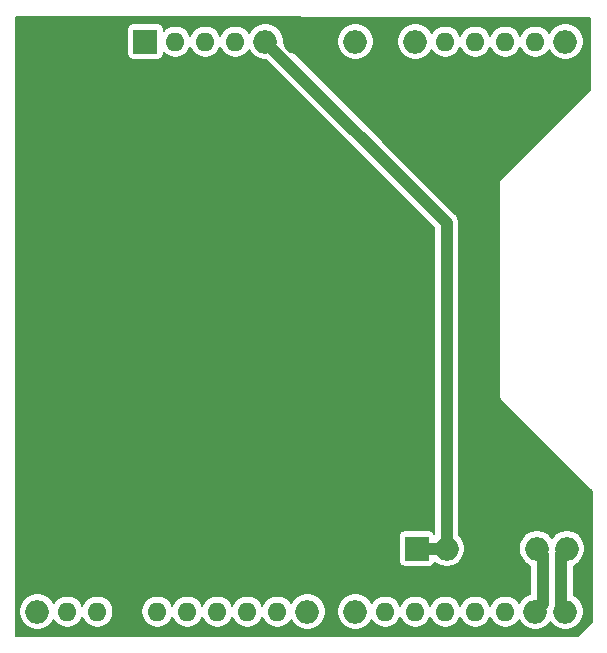
<source format=gbr>
%TF.GenerationSoftware,KiCad,Pcbnew,(5.1.10)-1*%
%TF.CreationDate,2022-01-22T14:52:44+00:00*%
%TF.ProjectId,mike_pcb_arduino_sheild,6d696b65-5f70-4636-925f-61726475696e,rev?*%
%TF.SameCoordinates,Original*%
%TF.FileFunction,Copper,L1,Top*%
%TF.FilePolarity,Positive*%
%FSLAX46Y46*%
G04 Gerber Fmt 4.6, Leading zero omitted, Abs format (unit mm)*
G04 Created by KiCad (PCBNEW (5.1.10)-1) date 2022-01-22 14:52:44*
%MOMM*%
%LPD*%
G01*
G04 APERTURE LIST*
%TA.AperFunction,ComponentPad*%
%ADD10O,2.000000X2.000000*%
%TD*%
%TA.AperFunction,ComponentPad*%
%ADD11R,2.000000X2.000000*%
%TD*%
%TA.AperFunction,ComponentPad*%
%ADD12O,1.600000X1.600000*%
%TD*%
%TA.AperFunction,Conductor*%
%ADD13C,1.000000*%
%TD*%
%TA.AperFunction,Conductor*%
%ADD14C,0.200000*%
%TD*%
%TA.AperFunction,Conductor*%
%ADD15C,0.100000*%
%TD*%
G04 APERTURE END LIST*
D10*
%TO.P,J101,6*%
%TO.N,RX*%
X185674000Y-131953000D03*
%TO.P,J101,5*%
%TO.N,TX*%
X183134000Y-131953000D03*
%TO.P,J101,4*%
%TO.N,GND*%
X180594000Y-131953000D03*
%TO.P,J101,3*%
X178054000Y-131953000D03*
%TO.P,J101,2*%
%TO.N,+5V*%
X175514000Y-131953000D03*
D11*
%TO.P,J101,1*%
X172974000Y-131953000D03*
%TD*%
D10*
%TO.P,A101,16*%
%TO.N,TX*%
X183007000Y-137287000D03*
%TO.P,A101,15*%
%TO.N,RX*%
X185547000Y-137287000D03*
D12*
%TO.P,A101,30*%
%TO.N,Net-(A101-Pad30)*%
X145927000Y-137287000D03*
D10*
%TO.P,A101,14*%
%TO.N,Net-(A101-Pad14)*%
X185547000Y-89027000D03*
%TO.P,A101,29*%
%TO.N,GND*%
X148467000Y-137287000D03*
D12*
%TO.P,A101,13*%
%TO.N,Net-(A101-Pad13)*%
X183007000Y-89027000D03*
%TO.P,A101,28*%
%TO.N,Net-(A101-Pad28)*%
X151007000Y-137287000D03*
%TO.P,A101,12*%
%TO.N,Net-(A101-Pad12)*%
X180467000Y-89027000D03*
%TO.P,A101,27*%
%TO.N,Net-(A101-Pad27)*%
X153547000Y-137287000D03*
%TO.P,A101,11*%
%TO.N,Net-(A101-Pad11)*%
X177927000Y-89027000D03*
%TO.P,A101,26*%
%TO.N,Net-(A101-Pad26)*%
X156087000Y-137287000D03*
%TO.P,A101,10*%
%TO.N,Net-(A101-Pad10)*%
X175387000Y-89027000D03*
%TO.P,A101,25*%
%TO.N,Net-(A101-Pad25)*%
X158627000Y-137287000D03*
D10*
%TO.P,A101,9*%
%TO.N,Net-(A101-Pad9)*%
X172847000Y-89027000D03*
D12*
%TO.P,A101,24*%
%TO.N,Net-(A101-Pad24)*%
X161167000Y-137287000D03*
D10*
%TO.P,A101,8*%
%TO.N,Net-(A101-Pad8)*%
X167767000Y-89027000D03*
%TO.P,A101,23*%
%TO.N,Net-(A101-Pad23)*%
X163707000Y-137287000D03*
%TO.P,A101,7*%
%TO.N,GND*%
X165227000Y-89027000D03*
%TO.P,A101,22*%
%TO.N,Net-(A101-Pad22)*%
X167767000Y-137287000D03*
%TO.P,A101,6*%
%TO.N,GND*%
X162687000Y-89027000D03*
D12*
%TO.P,A101,21*%
%TO.N,Net-(A101-Pad21)*%
X170307000Y-137287000D03*
D10*
%TO.P,A101,5*%
%TO.N,+5V*%
X160147000Y-89027000D03*
D12*
%TO.P,A101,20*%
%TO.N,Net-(A101-Pad20)*%
X172847000Y-137287000D03*
%TO.P,A101,4*%
%TO.N,Net-(A101-Pad4)*%
X157607000Y-89027000D03*
%TO.P,A101,19*%
%TO.N,Net-(A101-Pad19)*%
X175387000Y-137287000D03*
%TO.P,A101,3*%
%TO.N,Net-(A101-Pad3)*%
X155067000Y-89027000D03*
%TO.P,A101,18*%
%TO.N,Net-(A101-Pad18)*%
X177927000Y-137287000D03*
%TO.P,A101,2*%
%TO.N,Net-(A101-Pad2)*%
X152527000Y-89027000D03*
%TO.P,A101,17*%
%TO.N,Net-(A101-Pad17)*%
X180467000Y-137287000D03*
D11*
%TO.P,A101,1*%
%TO.N,Net-(A101-Pad1)*%
X149987000Y-89027000D03*
D12*
%TO.P,A101,31*%
%TO.N,Net-(A101-Pad31)*%
X143387000Y-137287000D03*
D10*
%TO.P,A101,32*%
%TO.N,Net-(A101-Pad32)*%
X140847000Y-137287000D03*
%TD*%
D13*
%TO.N,TX*%
X183640000Y-132459000D02*
X183134000Y-131953000D01*
X183640000Y-136654000D02*
X183640000Y-132459000D01*
X183007000Y-137287000D02*
X183640000Y-136654000D01*
%TO.N,RX*%
X185190000Y-132437000D02*
X185674000Y-131953000D01*
X185190000Y-136930000D02*
X185190000Y-132437000D01*
X185547000Y-137287000D02*
X185190000Y-136930000D01*
%TO.N,GND*%
X148467000Y-137287000D02*
X148467000Y-135632000D01*
X148467000Y-135632000D02*
X149479000Y-134620000D01*
X149479000Y-134620000D02*
X176657000Y-134620000D01*
X178054000Y-133223000D02*
X178054000Y-131953000D01*
X176657000Y-134620000D02*
X178054000Y-133223000D01*
X178054000Y-131953000D02*
X180594000Y-131953000D01*
X178054000Y-131953000D02*
X178054000Y-104013000D01*
X165227000Y-91186000D02*
X165227000Y-89027000D01*
X178054000Y-104013000D02*
X165227000Y-91186000D01*
X162687000Y-89027000D02*
X165227000Y-89027000D01*
%TO.N,+5V*%
X175514000Y-131953000D02*
X172974000Y-131953000D01*
X175514000Y-104394000D02*
X175514000Y-131953000D01*
X160147000Y-89027000D02*
X175514000Y-104394000D01*
%TD*%
D14*
%TO.N,GND*%
X187639000Y-87060535D02*
X187639001Y-93106826D01*
X180080394Y-100665434D01*
X180058446Y-100683446D01*
X180011287Y-100740911D01*
X179986592Y-100771002D01*
X179933200Y-100870892D01*
X179933199Y-100870893D01*
X179900320Y-100979281D01*
X179892000Y-101063754D01*
X179889218Y-101092000D01*
X179892000Y-101120243D01*
X179892001Y-118970747D01*
X179889218Y-118999000D01*
X179900321Y-119111719D01*
X179933199Y-119220107D01*
X179986592Y-119319998D01*
X180032441Y-119375865D01*
X180058447Y-119407554D01*
X180080389Y-119425561D01*
X187446386Y-126791559D01*
X187446392Y-126791564D01*
X187766000Y-127111172D01*
X187766001Y-138191826D01*
X186578828Y-139379000D01*
X139005000Y-139379000D01*
X139005000Y-137134338D01*
X139297000Y-137134338D01*
X139297000Y-137439662D01*
X139356565Y-137739118D01*
X139473408Y-138021200D01*
X139643036Y-138275068D01*
X139858932Y-138490964D01*
X140112800Y-138660592D01*
X140394882Y-138777435D01*
X140694338Y-138837000D01*
X140999662Y-138837000D01*
X141299118Y-138777435D01*
X141581200Y-138660592D01*
X141835068Y-138490964D01*
X142050964Y-138275068D01*
X142220592Y-138021200D01*
X142233356Y-137990385D01*
X142338387Y-138147575D01*
X142526425Y-138335613D01*
X142747535Y-138483354D01*
X142993220Y-138585120D01*
X143254037Y-138637000D01*
X143519963Y-138637000D01*
X143780780Y-138585120D01*
X144026465Y-138483354D01*
X144247575Y-138335613D01*
X144435613Y-138147575D01*
X144583354Y-137926465D01*
X144657000Y-137748668D01*
X144730646Y-137926465D01*
X144878387Y-138147575D01*
X145066425Y-138335613D01*
X145287535Y-138483354D01*
X145533220Y-138585120D01*
X145794037Y-138637000D01*
X146059963Y-138637000D01*
X146320780Y-138585120D01*
X146566465Y-138483354D01*
X146787575Y-138335613D01*
X146975613Y-138147575D01*
X147123354Y-137926465D01*
X147225120Y-137680780D01*
X147277000Y-137419963D01*
X147277000Y-137154037D01*
X149657000Y-137154037D01*
X149657000Y-137419963D01*
X149708880Y-137680780D01*
X149810646Y-137926465D01*
X149958387Y-138147575D01*
X150146425Y-138335613D01*
X150367535Y-138483354D01*
X150613220Y-138585120D01*
X150874037Y-138637000D01*
X151139963Y-138637000D01*
X151400780Y-138585120D01*
X151646465Y-138483354D01*
X151867575Y-138335613D01*
X152055613Y-138147575D01*
X152203354Y-137926465D01*
X152277000Y-137748668D01*
X152350646Y-137926465D01*
X152498387Y-138147575D01*
X152686425Y-138335613D01*
X152907535Y-138483354D01*
X153153220Y-138585120D01*
X153414037Y-138637000D01*
X153679963Y-138637000D01*
X153940780Y-138585120D01*
X154186465Y-138483354D01*
X154407575Y-138335613D01*
X154595613Y-138147575D01*
X154743354Y-137926465D01*
X154817000Y-137748668D01*
X154890646Y-137926465D01*
X155038387Y-138147575D01*
X155226425Y-138335613D01*
X155447535Y-138483354D01*
X155693220Y-138585120D01*
X155954037Y-138637000D01*
X156219963Y-138637000D01*
X156480780Y-138585120D01*
X156726465Y-138483354D01*
X156947575Y-138335613D01*
X157135613Y-138147575D01*
X157283354Y-137926465D01*
X157357000Y-137748668D01*
X157430646Y-137926465D01*
X157578387Y-138147575D01*
X157766425Y-138335613D01*
X157987535Y-138483354D01*
X158233220Y-138585120D01*
X158494037Y-138637000D01*
X158759963Y-138637000D01*
X159020780Y-138585120D01*
X159266465Y-138483354D01*
X159487575Y-138335613D01*
X159675613Y-138147575D01*
X159823354Y-137926465D01*
X159897000Y-137748668D01*
X159970646Y-137926465D01*
X160118387Y-138147575D01*
X160306425Y-138335613D01*
X160527535Y-138483354D01*
X160773220Y-138585120D01*
X161034037Y-138637000D01*
X161299963Y-138637000D01*
X161560780Y-138585120D01*
X161806465Y-138483354D01*
X162027575Y-138335613D01*
X162215613Y-138147575D01*
X162320644Y-137990385D01*
X162333408Y-138021200D01*
X162503036Y-138275068D01*
X162718932Y-138490964D01*
X162972800Y-138660592D01*
X163254882Y-138777435D01*
X163554338Y-138837000D01*
X163859662Y-138837000D01*
X164159118Y-138777435D01*
X164441200Y-138660592D01*
X164695068Y-138490964D01*
X164910964Y-138275068D01*
X165080592Y-138021200D01*
X165197435Y-137739118D01*
X165257000Y-137439662D01*
X165257000Y-137134338D01*
X166217000Y-137134338D01*
X166217000Y-137439662D01*
X166276565Y-137739118D01*
X166393408Y-138021200D01*
X166563036Y-138275068D01*
X166778932Y-138490964D01*
X167032800Y-138660592D01*
X167314882Y-138777435D01*
X167614338Y-138837000D01*
X167919662Y-138837000D01*
X168219118Y-138777435D01*
X168501200Y-138660592D01*
X168755068Y-138490964D01*
X168970964Y-138275068D01*
X169140592Y-138021200D01*
X169153356Y-137990385D01*
X169258387Y-138147575D01*
X169446425Y-138335613D01*
X169667535Y-138483354D01*
X169913220Y-138585120D01*
X170174037Y-138637000D01*
X170439963Y-138637000D01*
X170700780Y-138585120D01*
X170946465Y-138483354D01*
X171167575Y-138335613D01*
X171355613Y-138147575D01*
X171503354Y-137926465D01*
X171577000Y-137748668D01*
X171650646Y-137926465D01*
X171798387Y-138147575D01*
X171986425Y-138335613D01*
X172207535Y-138483354D01*
X172453220Y-138585120D01*
X172714037Y-138637000D01*
X172979963Y-138637000D01*
X173240780Y-138585120D01*
X173486465Y-138483354D01*
X173707575Y-138335613D01*
X173895613Y-138147575D01*
X174043354Y-137926465D01*
X174117000Y-137748668D01*
X174190646Y-137926465D01*
X174338387Y-138147575D01*
X174526425Y-138335613D01*
X174747535Y-138483354D01*
X174993220Y-138585120D01*
X175254037Y-138637000D01*
X175519963Y-138637000D01*
X175780780Y-138585120D01*
X176026465Y-138483354D01*
X176247575Y-138335613D01*
X176435613Y-138147575D01*
X176583354Y-137926465D01*
X176657000Y-137748668D01*
X176730646Y-137926465D01*
X176878387Y-138147575D01*
X177066425Y-138335613D01*
X177287535Y-138483354D01*
X177533220Y-138585120D01*
X177794037Y-138637000D01*
X178059963Y-138637000D01*
X178320780Y-138585120D01*
X178566465Y-138483354D01*
X178787575Y-138335613D01*
X178975613Y-138147575D01*
X179123354Y-137926465D01*
X179197000Y-137748668D01*
X179270646Y-137926465D01*
X179418387Y-138147575D01*
X179606425Y-138335613D01*
X179827535Y-138483354D01*
X180073220Y-138585120D01*
X180334037Y-138637000D01*
X180599963Y-138637000D01*
X180860780Y-138585120D01*
X181106465Y-138483354D01*
X181327575Y-138335613D01*
X181515613Y-138147575D01*
X181620644Y-137990385D01*
X181633408Y-138021200D01*
X181803036Y-138275068D01*
X182018932Y-138490964D01*
X182272800Y-138660592D01*
X182554882Y-138777435D01*
X182854338Y-138837000D01*
X183159662Y-138837000D01*
X183459118Y-138777435D01*
X183741200Y-138660592D01*
X183995068Y-138490964D01*
X184210964Y-138275068D01*
X184277000Y-138176237D01*
X184343036Y-138275068D01*
X184558932Y-138490964D01*
X184812800Y-138660592D01*
X185094882Y-138777435D01*
X185394338Y-138837000D01*
X185699662Y-138837000D01*
X185999118Y-138777435D01*
X186281200Y-138660592D01*
X186535068Y-138490964D01*
X186750964Y-138275068D01*
X186920592Y-138021200D01*
X187037435Y-137739118D01*
X187097000Y-137439662D01*
X187097000Y-137134338D01*
X187037435Y-136834882D01*
X186920592Y-136552800D01*
X186750964Y-136298932D01*
X186535068Y-136083036D01*
X186281200Y-135913408D01*
X186240000Y-135896342D01*
X186240000Y-133396263D01*
X186408200Y-133326592D01*
X186662068Y-133156964D01*
X186877964Y-132941068D01*
X187047592Y-132687200D01*
X187164435Y-132405118D01*
X187224000Y-132105662D01*
X187224000Y-131800338D01*
X187164435Y-131500882D01*
X187047592Y-131218800D01*
X186877964Y-130964932D01*
X186662068Y-130749036D01*
X186408200Y-130579408D01*
X186126118Y-130462565D01*
X185826662Y-130403000D01*
X185521338Y-130403000D01*
X185221882Y-130462565D01*
X184939800Y-130579408D01*
X184685932Y-130749036D01*
X184470036Y-130964932D01*
X184404000Y-131063763D01*
X184337964Y-130964932D01*
X184122068Y-130749036D01*
X183868200Y-130579408D01*
X183586118Y-130462565D01*
X183286662Y-130403000D01*
X182981338Y-130403000D01*
X182681882Y-130462565D01*
X182399800Y-130579408D01*
X182145932Y-130749036D01*
X181930036Y-130964932D01*
X181760408Y-131218800D01*
X181643565Y-131500882D01*
X181584000Y-131800338D01*
X181584000Y-132105662D01*
X181643565Y-132405118D01*
X181760408Y-132687200D01*
X181930036Y-132941068D01*
X182145932Y-133156964D01*
X182399800Y-133326592D01*
X182590001Y-133405376D01*
X182590000Y-135789580D01*
X182554882Y-135796565D01*
X182272800Y-135913408D01*
X182018932Y-136083036D01*
X181803036Y-136298932D01*
X181633408Y-136552800D01*
X181620644Y-136583615D01*
X181515613Y-136426425D01*
X181327575Y-136238387D01*
X181106465Y-136090646D01*
X180860780Y-135988880D01*
X180599963Y-135937000D01*
X180334037Y-135937000D01*
X180073220Y-135988880D01*
X179827535Y-136090646D01*
X179606425Y-136238387D01*
X179418387Y-136426425D01*
X179270646Y-136647535D01*
X179197000Y-136825332D01*
X179123354Y-136647535D01*
X178975613Y-136426425D01*
X178787575Y-136238387D01*
X178566465Y-136090646D01*
X178320780Y-135988880D01*
X178059963Y-135937000D01*
X177794037Y-135937000D01*
X177533220Y-135988880D01*
X177287535Y-136090646D01*
X177066425Y-136238387D01*
X176878387Y-136426425D01*
X176730646Y-136647535D01*
X176657000Y-136825332D01*
X176583354Y-136647535D01*
X176435613Y-136426425D01*
X176247575Y-136238387D01*
X176026465Y-136090646D01*
X175780780Y-135988880D01*
X175519963Y-135937000D01*
X175254037Y-135937000D01*
X174993220Y-135988880D01*
X174747535Y-136090646D01*
X174526425Y-136238387D01*
X174338387Y-136426425D01*
X174190646Y-136647535D01*
X174117000Y-136825332D01*
X174043354Y-136647535D01*
X173895613Y-136426425D01*
X173707575Y-136238387D01*
X173486465Y-136090646D01*
X173240780Y-135988880D01*
X172979963Y-135937000D01*
X172714037Y-135937000D01*
X172453220Y-135988880D01*
X172207535Y-136090646D01*
X171986425Y-136238387D01*
X171798387Y-136426425D01*
X171650646Y-136647535D01*
X171577000Y-136825332D01*
X171503354Y-136647535D01*
X171355613Y-136426425D01*
X171167575Y-136238387D01*
X170946465Y-136090646D01*
X170700780Y-135988880D01*
X170439963Y-135937000D01*
X170174037Y-135937000D01*
X169913220Y-135988880D01*
X169667535Y-136090646D01*
X169446425Y-136238387D01*
X169258387Y-136426425D01*
X169153356Y-136583615D01*
X169140592Y-136552800D01*
X168970964Y-136298932D01*
X168755068Y-136083036D01*
X168501200Y-135913408D01*
X168219118Y-135796565D01*
X167919662Y-135737000D01*
X167614338Y-135737000D01*
X167314882Y-135796565D01*
X167032800Y-135913408D01*
X166778932Y-136083036D01*
X166563036Y-136298932D01*
X166393408Y-136552800D01*
X166276565Y-136834882D01*
X166217000Y-137134338D01*
X165257000Y-137134338D01*
X165197435Y-136834882D01*
X165080592Y-136552800D01*
X164910964Y-136298932D01*
X164695068Y-136083036D01*
X164441200Y-135913408D01*
X164159118Y-135796565D01*
X163859662Y-135737000D01*
X163554338Y-135737000D01*
X163254882Y-135796565D01*
X162972800Y-135913408D01*
X162718932Y-136083036D01*
X162503036Y-136298932D01*
X162333408Y-136552800D01*
X162320644Y-136583615D01*
X162215613Y-136426425D01*
X162027575Y-136238387D01*
X161806465Y-136090646D01*
X161560780Y-135988880D01*
X161299963Y-135937000D01*
X161034037Y-135937000D01*
X160773220Y-135988880D01*
X160527535Y-136090646D01*
X160306425Y-136238387D01*
X160118387Y-136426425D01*
X159970646Y-136647535D01*
X159897000Y-136825332D01*
X159823354Y-136647535D01*
X159675613Y-136426425D01*
X159487575Y-136238387D01*
X159266465Y-136090646D01*
X159020780Y-135988880D01*
X158759963Y-135937000D01*
X158494037Y-135937000D01*
X158233220Y-135988880D01*
X157987535Y-136090646D01*
X157766425Y-136238387D01*
X157578387Y-136426425D01*
X157430646Y-136647535D01*
X157357000Y-136825332D01*
X157283354Y-136647535D01*
X157135613Y-136426425D01*
X156947575Y-136238387D01*
X156726465Y-136090646D01*
X156480780Y-135988880D01*
X156219963Y-135937000D01*
X155954037Y-135937000D01*
X155693220Y-135988880D01*
X155447535Y-136090646D01*
X155226425Y-136238387D01*
X155038387Y-136426425D01*
X154890646Y-136647535D01*
X154817000Y-136825332D01*
X154743354Y-136647535D01*
X154595613Y-136426425D01*
X154407575Y-136238387D01*
X154186465Y-136090646D01*
X153940780Y-135988880D01*
X153679963Y-135937000D01*
X153414037Y-135937000D01*
X153153220Y-135988880D01*
X152907535Y-136090646D01*
X152686425Y-136238387D01*
X152498387Y-136426425D01*
X152350646Y-136647535D01*
X152277000Y-136825332D01*
X152203354Y-136647535D01*
X152055613Y-136426425D01*
X151867575Y-136238387D01*
X151646465Y-136090646D01*
X151400780Y-135988880D01*
X151139963Y-135937000D01*
X150874037Y-135937000D01*
X150613220Y-135988880D01*
X150367535Y-136090646D01*
X150146425Y-136238387D01*
X149958387Y-136426425D01*
X149810646Y-136647535D01*
X149708880Y-136893220D01*
X149657000Y-137154037D01*
X147277000Y-137154037D01*
X147225120Y-136893220D01*
X147123354Y-136647535D01*
X146975613Y-136426425D01*
X146787575Y-136238387D01*
X146566465Y-136090646D01*
X146320780Y-135988880D01*
X146059963Y-135937000D01*
X145794037Y-135937000D01*
X145533220Y-135988880D01*
X145287535Y-136090646D01*
X145066425Y-136238387D01*
X144878387Y-136426425D01*
X144730646Y-136647535D01*
X144657000Y-136825332D01*
X144583354Y-136647535D01*
X144435613Y-136426425D01*
X144247575Y-136238387D01*
X144026465Y-136090646D01*
X143780780Y-135988880D01*
X143519963Y-135937000D01*
X143254037Y-135937000D01*
X142993220Y-135988880D01*
X142747535Y-136090646D01*
X142526425Y-136238387D01*
X142338387Y-136426425D01*
X142233356Y-136583615D01*
X142220592Y-136552800D01*
X142050964Y-136298932D01*
X141835068Y-136083036D01*
X141581200Y-135913408D01*
X141299118Y-135796565D01*
X140999662Y-135737000D01*
X140694338Y-135737000D01*
X140394882Y-135796565D01*
X140112800Y-135913408D01*
X139858932Y-136083036D01*
X139643036Y-136298932D01*
X139473408Y-136552800D01*
X139356565Y-136834882D01*
X139297000Y-137134338D01*
X139005000Y-137134338D01*
X139005000Y-88027000D01*
X148434339Y-88027000D01*
X148434339Y-90027000D01*
X148444958Y-90134819D01*
X148476408Y-90238494D01*
X148527479Y-90334042D01*
X148596210Y-90417790D01*
X148679958Y-90486521D01*
X148775506Y-90537592D01*
X148879181Y-90569042D01*
X148987000Y-90579661D01*
X150987000Y-90579661D01*
X151094819Y-90569042D01*
X151198494Y-90537592D01*
X151294042Y-90486521D01*
X151377790Y-90417790D01*
X151446521Y-90334042D01*
X151497592Y-90238494D01*
X151529042Y-90134819D01*
X151539661Y-90027000D01*
X151539661Y-89948849D01*
X151666425Y-90075613D01*
X151887535Y-90223354D01*
X152133220Y-90325120D01*
X152394037Y-90377000D01*
X152659963Y-90377000D01*
X152920780Y-90325120D01*
X153166465Y-90223354D01*
X153387575Y-90075613D01*
X153575613Y-89887575D01*
X153723354Y-89666465D01*
X153797000Y-89488668D01*
X153870646Y-89666465D01*
X154018387Y-89887575D01*
X154206425Y-90075613D01*
X154427535Y-90223354D01*
X154673220Y-90325120D01*
X154934037Y-90377000D01*
X155199963Y-90377000D01*
X155460780Y-90325120D01*
X155706465Y-90223354D01*
X155927575Y-90075613D01*
X156115613Y-89887575D01*
X156263354Y-89666465D01*
X156337000Y-89488668D01*
X156410646Y-89666465D01*
X156558387Y-89887575D01*
X156746425Y-90075613D01*
X156967535Y-90223354D01*
X157213220Y-90325120D01*
X157474037Y-90377000D01*
X157739963Y-90377000D01*
X158000780Y-90325120D01*
X158246465Y-90223354D01*
X158467575Y-90075613D01*
X158655613Y-89887575D01*
X158760644Y-89730385D01*
X158773408Y-89761200D01*
X158943036Y-90015068D01*
X159158932Y-90230964D01*
X159412800Y-90400592D01*
X159694882Y-90517435D01*
X159994338Y-90577000D01*
X160212077Y-90577000D01*
X174464000Y-104828924D01*
X174464001Y-130702983D01*
X174433521Y-130645958D01*
X174364790Y-130562210D01*
X174281042Y-130493479D01*
X174185494Y-130442408D01*
X174081819Y-130410958D01*
X173974000Y-130400339D01*
X171974000Y-130400339D01*
X171866181Y-130410958D01*
X171762506Y-130442408D01*
X171666958Y-130493479D01*
X171583210Y-130562210D01*
X171514479Y-130645958D01*
X171463408Y-130741506D01*
X171431958Y-130845181D01*
X171421339Y-130953000D01*
X171421339Y-132953000D01*
X171431958Y-133060819D01*
X171463408Y-133164494D01*
X171514479Y-133260042D01*
X171583210Y-133343790D01*
X171666958Y-133412521D01*
X171762506Y-133463592D01*
X171866181Y-133495042D01*
X171974000Y-133505661D01*
X173974000Y-133505661D01*
X174081819Y-133495042D01*
X174185494Y-133463592D01*
X174281042Y-133412521D01*
X174364790Y-133343790D01*
X174433521Y-133260042D01*
X174484592Y-133164494D01*
X174495966Y-133126998D01*
X174525932Y-133156964D01*
X174779800Y-133326592D01*
X175061882Y-133443435D01*
X175361338Y-133503000D01*
X175666662Y-133503000D01*
X175966118Y-133443435D01*
X176248200Y-133326592D01*
X176502068Y-133156964D01*
X176717964Y-132941068D01*
X176887592Y-132687200D01*
X177004435Y-132405118D01*
X177064000Y-132105662D01*
X177064000Y-131800338D01*
X177004435Y-131500882D01*
X176887592Y-131218800D01*
X176717964Y-130964932D01*
X176564000Y-130810968D01*
X176564000Y-104445571D01*
X176569079Y-104394000D01*
X176564000Y-104342429D01*
X176564000Y-104342422D01*
X176548807Y-104188164D01*
X176488767Y-103990238D01*
X176391267Y-103807829D01*
X176260054Y-103647946D01*
X176219991Y-103615067D01*
X161697000Y-89092077D01*
X161697000Y-88874338D01*
X166217000Y-88874338D01*
X166217000Y-89179662D01*
X166276565Y-89479118D01*
X166393408Y-89761200D01*
X166563036Y-90015068D01*
X166778932Y-90230964D01*
X167032800Y-90400592D01*
X167314882Y-90517435D01*
X167614338Y-90577000D01*
X167919662Y-90577000D01*
X168219118Y-90517435D01*
X168501200Y-90400592D01*
X168755068Y-90230964D01*
X168970964Y-90015068D01*
X169140592Y-89761200D01*
X169257435Y-89479118D01*
X169317000Y-89179662D01*
X169317000Y-88874338D01*
X171297000Y-88874338D01*
X171297000Y-89179662D01*
X171356565Y-89479118D01*
X171473408Y-89761200D01*
X171643036Y-90015068D01*
X171858932Y-90230964D01*
X172112800Y-90400592D01*
X172394882Y-90517435D01*
X172694338Y-90577000D01*
X172999662Y-90577000D01*
X173299118Y-90517435D01*
X173581200Y-90400592D01*
X173835068Y-90230964D01*
X174050964Y-90015068D01*
X174220592Y-89761200D01*
X174233356Y-89730385D01*
X174338387Y-89887575D01*
X174526425Y-90075613D01*
X174747535Y-90223354D01*
X174993220Y-90325120D01*
X175254037Y-90377000D01*
X175519963Y-90377000D01*
X175780780Y-90325120D01*
X176026465Y-90223354D01*
X176247575Y-90075613D01*
X176435613Y-89887575D01*
X176583354Y-89666465D01*
X176657000Y-89488668D01*
X176730646Y-89666465D01*
X176878387Y-89887575D01*
X177066425Y-90075613D01*
X177287535Y-90223354D01*
X177533220Y-90325120D01*
X177794037Y-90377000D01*
X178059963Y-90377000D01*
X178320780Y-90325120D01*
X178566465Y-90223354D01*
X178787575Y-90075613D01*
X178975613Y-89887575D01*
X179123354Y-89666465D01*
X179197000Y-89488668D01*
X179270646Y-89666465D01*
X179418387Y-89887575D01*
X179606425Y-90075613D01*
X179827535Y-90223354D01*
X180073220Y-90325120D01*
X180334037Y-90377000D01*
X180599963Y-90377000D01*
X180860780Y-90325120D01*
X181106465Y-90223354D01*
X181327575Y-90075613D01*
X181515613Y-89887575D01*
X181663354Y-89666465D01*
X181737000Y-89488668D01*
X181810646Y-89666465D01*
X181958387Y-89887575D01*
X182146425Y-90075613D01*
X182367535Y-90223354D01*
X182613220Y-90325120D01*
X182874037Y-90377000D01*
X183139963Y-90377000D01*
X183400780Y-90325120D01*
X183646465Y-90223354D01*
X183867575Y-90075613D01*
X184055613Y-89887575D01*
X184160644Y-89730385D01*
X184173408Y-89761200D01*
X184343036Y-90015068D01*
X184558932Y-90230964D01*
X184812800Y-90400592D01*
X185094882Y-90517435D01*
X185394338Y-90577000D01*
X185699662Y-90577000D01*
X185999118Y-90517435D01*
X186281200Y-90400592D01*
X186535068Y-90230964D01*
X186750964Y-90015068D01*
X186920592Y-89761200D01*
X187037435Y-89479118D01*
X187097000Y-89179662D01*
X187097000Y-88874338D01*
X187037435Y-88574882D01*
X186920592Y-88292800D01*
X186750964Y-88038932D01*
X186535068Y-87823036D01*
X186281200Y-87653408D01*
X185999118Y-87536565D01*
X185699662Y-87477000D01*
X185394338Y-87477000D01*
X185094882Y-87536565D01*
X184812800Y-87653408D01*
X184558932Y-87823036D01*
X184343036Y-88038932D01*
X184173408Y-88292800D01*
X184160644Y-88323615D01*
X184055613Y-88166425D01*
X183867575Y-87978387D01*
X183646465Y-87830646D01*
X183400780Y-87728880D01*
X183139963Y-87677000D01*
X182874037Y-87677000D01*
X182613220Y-87728880D01*
X182367535Y-87830646D01*
X182146425Y-87978387D01*
X181958387Y-88166425D01*
X181810646Y-88387535D01*
X181737000Y-88565332D01*
X181663354Y-88387535D01*
X181515613Y-88166425D01*
X181327575Y-87978387D01*
X181106465Y-87830646D01*
X180860780Y-87728880D01*
X180599963Y-87677000D01*
X180334037Y-87677000D01*
X180073220Y-87728880D01*
X179827535Y-87830646D01*
X179606425Y-87978387D01*
X179418387Y-88166425D01*
X179270646Y-88387535D01*
X179197000Y-88565332D01*
X179123354Y-88387535D01*
X178975613Y-88166425D01*
X178787575Y-87978387D01*
X178566465Y-87830646D01*
X178320780Y-87728880D01*
X178059963Y-87677000D01*
X177794037Y-87677000D01*
X177533220Y-87728880D01*
X177287535Y-87830646D01*
X177066425Y-87978387D01*
X176878387Y-88166425D01*
X176730646Y-88387535D01*
X176657000Y-88565332D01*
X176583354Y-88387535D01*
X176435613Y-88166425D01*
X176247575Y-87978387D01*
X176026465Y-87830646D01*
X175780780Y-87728880D01*
X175519963Y-87677000D01*
X175254037Y-87677000D01*
X174993220Y-87728880D01*
X174747535Y-87830646D01*
X174526425Y-87978387D01*
X174338387Y-88166425D01*
X174233356Y-88323615D01*
X174220592Y-88292800D01*
X174050964Y-88038932D01*
X173835068Y-87823036D01*
X173581200Y-87653408D01*
X173299118Y-87536565D01*
X172999662Y-87477000D01*
X172694338Y-87477000D01*
X172394882Y-87536565D01*
X172112800Y-87653408D01*
X171858932Y-87823036D01*
X171643036Y-88038932D01*
X171473408Y-88292800D01*
X171356565Y-88574882D01*
X171297000Y-88874338D01*
X169317000Y-88874338D01*
X169257435Y-88574882D01*
X169140592Y-88292800D01*
X168970964Y-88038932D01*
X168755068Y-87823036D01*
X168501200Y-87653408D01*
X168219118Y-87536565D01*
X167919662Y-87477000D01*
X167614338Y-87477000D01*
X167314882Y-87536565D01*
X167032800Y-87653408D01*
X166778932Y-87823036D01*
X166563036Y-88038932D01*
X166393408Y-88292800D01*
X166276565Y-88574882D01*
X166217000Y-88874338D01*
X161697000Y-88874338D01*
X161637435Y-88574882D01*
X161520592Y-88292800D01*
X161350964Y-88038932D01*
X161135068Y-87823036D01*
X160881200Y-87653408D01*
X160599118Y-87536565D01*
X160299662Y-87477000D01*
X159994338Y-87477000D01*
X159694882Y-87536565D01*
X159412800Y-87653408D01*
X159158932Y-87823036D01*
X158943036Y-88038932D01*
X158773408Y-88292800D01*
X158760644Y-88323615D01*
X158655613Y-88166425D01*
X158467575Y-87978387D01*
X158246465Y-87830646D01*
X158000780Y-87728880D01*
X157739963Y-87677000D01*
X157474037Y-87677000D01*
X157213220Y-87728880D01*
X156967535Y-87830646D01*
X156746425Y-87978387D01*
X156558387Y-88166425D01*
X156410646Y-88387535D01*
X156337000Y-88565332D01*
X156263354Y-88387535D01*
X156115613Y-88166425D01*
X155927575Y-87978387D01*
X155706465Y-87830646D01*
X155460780Y-87728880D01*
X155199963Y-87677000D01*
X154934037Y-87677000D01*
X154673220Y-87728880D01*
X154427535Y-87830646D01*
X154206425Y-87978387D01*
X154018387Y-88166425D01*
X153870646Y-88387535D01*
X153797000Y-88565332D01*
X153723354Y-88387535D01*
X153575613Y-88166425D01*
X153387575Y-87978387D01*
X153166465Y-87830646D01*
X152920780Y-87728880D01*
X152659963Y-87677000D01*
X152394037Y-87677000D01*
X152133220Y-87728880D01*
X151887535Y-87830646D01*
X151666425Y-87978387D01*
X151539661Y-88105151D01*
X151539661Y-88027000D01*
X151529042Y-87919181D01*
X151497592Y-87815506D01*
X151446521Y-87719958D01*
X151377790Y-87636210D01*
X151294042Y-87567479D01*
X151198494Y-87516408D01*
X151094819Y-87484958D01*
X150987000Y-87474339D01*
X148987000Y-87474339D01*
X148879181Y-87484958D01*
X148775506Y-87516408D01*
X148679958Y-87567479D01*
X148596210Y-87636210D01*
X148527479Y-87719958D01*
X148476408Y-87815506D01*
X148444958Y-87919181D01*
X148434339Y-88027000D01*
X139005000Y-88027000D01*
X139005000Y-86936469D01*
X187639000Y-87060535D01*
%TA.AperFunction,Conductor*%
D15*
G36*
X187639000Y-87060535D02*
G01*
X187639001Y-93106826D01*
X180080394Y-100665434D01*
X180058446Y-100683446D01*
X180011287Y-100740911D01*
X179986592Y-100771002D01*
X179933200Y-100870892D01*
X179933199Y-100870893D01*
X179900320Y-100979281D01*
X179892000Y-101063754D01*
X179889218Y-101092000D01*
X179892000Y-101120243D01*
X179892001Y-118970747D01*
X179889218Y-118999000D01*
X179900321Y-119111719D01*
X179933199Y-119220107D01*
X179986592Y-119319998D01*
X180032441Y-119375865D01*
X180058447Y-119407554D01*
X180080389Y-119425561D01*
X187446386Y-126791559D01*
X187446392Y-126791564D01*
X187766000Y-127111172D01*
X187766001Y-138191826D01*
X186578828Y-139379000D01*
X139005000Y-139379000D01*
X139005000Y-137134338D01*
X139297000Y-137134338D01*
X139297000Y-137439662D01*
X139356565Y-137739118D01*
X139473408Y-138021200D01*
X139643036Y-138275068D01*
X139858932Y-138490964D01*
X140112800Y-138660592D01*
X140394882Y-138777435D01*
X140694338Y-138837000D01*
X140999662Y-138837000D01*
X141299118Y-138777435D01*
X141581200Y-138660592D01*
X141835068Y-138490964D01*
X142050964Y-138275068D01*
X142220592Y-138021200D01*
X142233356Y-137990385D01*
X142338387Y-138147575D01*
X142526425Y-138335613D01*
X142747535Y-138483354D01*
X142993220Y-138585120D01*
X143254037Y-138637000D01*
X143519963Y-138637000D01*
X143780780Y-138585120D01*
X144026465Y-138483354D01*
X144247575Y-138335613D01*
X144435613Y-138147575D01*
X144583354Y-137926465D01*
X144657000Y-137748668D01*
X144730646Y-137926465D01*
X144878387Y-138147575D01*
X145066425Y-138335613D01*
X145287535Y-138483354D01*
X145533220Y-138585120D01*
X145794037Y-138637000D01*
X146059963Y-138637000D01*
X146320780Y-138585120D01*
X146566465Y-138483354D01*
X146787575Y-138335613D01*
X146975613Y-138147575D01*
X147123354Y-137926465D01*
X147225120Y-137680780D01*
X147277000Y-137419963D01*
X147277000Y-137154037D01*
X149657000Y-137154037D01*
X149657000Y-137419963D01*
X149708880Y-137680780D01*
X149810646Y-137926465D01*
X149958387Y-138147575D01*
X150146425Y-138335613D01*
X150367535Y-138483354D01*
X150613220Y-138585120D01*
X150874037Y-138637000D01*
X151139963Y-138637000D01*
X151400780Y-138585120D01*
X151646465Y-138483354D01*
X151867575Y-138335613D01*
X152055613Y-138147575D01*
X152203354Y-137926465D01*
X152277000Y-137748668D01*
X152350646Y-137926465D01*
X152498387Y-138147575D01*
X152686425Y-138335613D01*
X152907535Y-138483354D01*
X153153220Y-138585120D01*
X153414037Y-138637000D01*
X153679963Y-138637000D01*
X153940780Y-138585120D01*
X154186465Y-138483354D01*
X154407575Y-138335613D01*
X154595613Y-138147575D01*
X154743354Y-137926465D01*
X154817000Y-137748668D01*
X154890646Y-137926465D01*
X155038387Y-138147575D01*
X155226425Y-138335613D01*
X155447535Y-138483354D01*
X155693220Y-138585120D01*
X155954037Y-138637000D01*
X156219963Y-138637000D01*
X156480780Y-138585120D01*
X156726465Y-138483354D01*
X156947575Y-138335613D01*
X157135613Y-138147575D01*
X157283354Y-137926465D01*
X157357000Y-137748668D01*
X157430646Y-137926465D01*
X157578387Y-138147575D01*
X157766425Y-138335613D01*
X157987535Y-138483354D01*
X158233220Y-138585120D01*
X158494037Y-138637000D01*
X158759963Y-138637000D01*
X159020780Y-138585120D01*
X159266465Y-138483354D01*
X159487575Y-138335613D01*
X159675613Y-138147575D01*
X159823354Y-137926465D01*
X159897000Y-137748668D01*
X159970646Y-137926465D01*
X160118387Y-138147575D01*
X160306425Y-138335613D01*
X160527535Y-138483354D01*
X160773220Y-138585120D01*
X161034037Y-138637000D01*
X161299963Y-138637000D01*
X161560780Y-138585120D01*
X161806465Y-138483354D01*
X162027575Y-138335613D01*
X162215613Y-138147575D01*
X162320644Y-137990385D01*
X162333408Y-138021200D01*
X162503036Y-138275068D01*
X162718932Y-138490964D01*
X162972800Y-138660592D01*
X163254882Y-138777435D01*
X163554338Y-138837000D01*
X163859662Y-138837000D01*
X164159118Y-138777435D01*
X164441200Y-138660592D01*
X164695068Y-138490964D01*
X164910964Y-138275068D01*
X165080592Y-138021200D01*
X165197435Y-137739118D01*
X165257000Y-137439662D01*
X165257000Y-137134338D01*
X166217000Y-137134338D01*
X166217000Y-137439662D01*
X166276565Y-137739118D01*
X166393408Y-138021200D01*
X166563036Y-138275068D01*
X166778932Y-138490964D01*
X167032800Y-138660592D01*
X167314882Y-138777435D01*
X167614338Y-138837000D01*
X167919662Y-138837000D01*
X168219118Y-138777435D01*
X168501200Y-138660592D01*
X168755068Y-138490964D01*
X168970964Y-138275068D01*
X169140592Y-138021200D01*
X169153356Y-137990385D01*
X169258387Y-138147575D01*
X169446425Y-138335613D01*
X169667535Y-138483354D01*
X169913220Y-138585120D01*
X170174037Y-138637000D01*
X170439963Y-138637000D01*
X170700780Y-138585120D01*
X170946465Y-138483354D01*
X171167575Y-138335613D01*
X171355613Y-138147575D01*
X171503354Y-137926465D01*
X171577000Y-137748668D01*
X171650646Y-137926465D01*
X171798387Y-138147575D01*
X171986425Y-138335613D01*
X172207535Y-138483354D01*
X172453220Y-138585120D01*
X172714037Y-138637000D01*
X172979963Y-138637000D01*
X173240780Y-138585120D01*
X173486465Y-138483354D01*
X173707575Y-138335613D01*
X173895613Y-138147575D01*
X174043354Y-137926465D01*
X174117000Y-137748668D01*
X174190646Y-137926465D01*
X174338387Y-138147575D01*
X174526425Y-138335613D01*
X174747535Y-138483354D01*
X174993220Y-138585120D01*
X175254037Y-138637000D01*
X175519963Y-138637000D01*
X175780780Y-138585120D01*
X176026465Y-138483354D01*
X176247575Y-138335613D01*
X176435613Y-138147575D01*
X176583354Y-137926465D01*
X176657000Y-137748668D01*
X176730646Y-137926465D01*
X176878387Y-138147575D01*
X177066425Y-138335613D01*
X177287535Y-138483354D01*
X177533220Y-138585120D01*
X177794037Y-138637000D01*
X178059963Y-138637000D01*
X178320780Y-138585120D01*
X178566465Y-138483354D01*
X178787575Y-138335613D01*
X178975613Y-138147575D01*
X179123354Y-137926465D01*
X179197000Y-137748668D01*
X179270646Y-137926465D01*
X179418387Y-138147575D01*
X179606425Y-138335613D01*
X179827535Y-138483354D01*
X180073220Y-138585120D01*
X180334037Y-138637000D01*
X180599963Y-138637000D01*
X180860780Y-138585120D01*
X181106465Y-138483354D01*
X181327575Y-138335613D01*
X181515613Y-138147575D01*
X181620644Y-137990385D01*
X181633408Y-138021200D01*
X181803036Y-138275068D01*
X182018932Y-138490964D01*
X182272800Y-138660592D01*
X182554882Y-138777435D01*
X182854338Y-138837000D01*
X183159662Y-138837000D01*
X183459118Y-138777435D01*
X183741200Y-138660592D01*
X183995068Y-138490964D01*
X184210964Y-138275068D01*
X184277000Y-138176237D01*
X184343036Y-138275068D01*
X184558932Y-138490964D01*
X184812800Y-138660592D01*
X185094882Y-138777435D01*
X185394338Y-138837000D01*
X185699662Y-138837000D01*
X185999118Y-138777435D01*
X186281200Y-138660592D01*
X186535068Y-138490964D01*
X186750964Y-138275068D01*
X186920592Y-138021200D01*
X187037435Y-137739118D01*
X187097000Y-137439662D01*
X187097000Y-137134338D01*
X187037435Y-136834882D01*
X186920592Y-136552800D01*
X186750964Y-136298932D01*
X186535068Y-136083036D01*
X186281200Y-135913408D01*
X186240000Y-135896342D01*
X186240000Y-133396263D01*
X186408200Y-133326592D01*
X186662068Y-133156964D01*
X186877964Y-132941068D01*
X187047592Y-132687200D01*
X187164435Y-132405118D01*
X187224000Y-132105662D01*
X187224000Y-131800338D01*
X187164435Y-131500882D01*
X187047592Y-131218800D01*
X186877964Y-130964932D01*
X186662068Y-130749036D01*
X186408200Y-130579408D01*
X186126118Y-130462565D01*
X185826662Y-130403000D01*
X185521338Y-130403000D01*
X185221882Y-130462565D01*
X184939800Y-130579408D01*
X184685932Y-130749036D01*
X184470036Y-130964932D01*
X184404000Y-131063763D01*
X184337964Y-130964932D01*
X184122068Y-130749036D01*
X183868200Y-130579408D01*
X183586118Y-130462565D01*
X183286662Y-130403000D01*
X182981338Y-130403000D01*
X182681882Y-130462565D01*
X182399800Y-130579408D01*
X182145932Y-130749036D01*
X181930036Y-130964932D01*
X181760408Y-131218800D01*
X181643565Y-131500882D01*
X181584000Y-131800338D01*
X181584000Y-132105662D01*
X181643565Y-132405118D01*
X181760408Y-132687200D01*
X181930036Y-132941068D01*
X182145932Y-133156964D01*
X182399800Y-133326592D01*
X182590001Y-133405376D01*
X182590000Y-135789580D01*
X182554882Y-135796565D01*
X182272800Y-135913408D01*
X182018932Y-136083036D01*
X181803036Y-136298932D01*
X181633408Y-136552800D01*
X181620644Y-136583615D01*
X181515613Y-136426425D01*
X181327575Y-136238387D01*
X181106465Y-136090646D01*
X180860780Y-135988880D01*
X180599963Y-135937000D01*
X180334037Y-135937000D01*
X180073220Y-135988880D01*
X179827535Y-136090646D01*
X179606425Y-136238387D01*
X179418387Y-136426425D01*
X179270646Y-136647535D01*
X179197000Y-136825332D01*
X179123354Y-136647535D01*
X178975613Y-136426425D01*
X178787575Y-136238387D01*
X178566465Y-136090646D01*
X178320780Y-135988880D01*
X178059963Y-135937000D01*
X177794037Y-135937000D01*
X177533220Y-135988880D01*
X177287535Y-136090646D01*
X177066425Y-136238387D01*
X176878387Y-136426425D01*
X176730646Y-136647535D01*
X176657000Y-136825332D01*
X176583354Y-136647535D01*
X176435613Y-136426425D01*
X176247575Y-136238387D01*
X176026465Y-136090646D01*
X175780780Y-135988880D01*
X175519963Y-135937000D01*
X175254037Y-135937000D01*
X174993220Y-135988880D01*
X174747535Y-136090646D01*
X174526425Y-136238387D01*
X174338387Y-136426425D01*
X174190646Y-136647535D01*
X174117000Y-136825332D01*
X174043354Y-136647535D01*
X173895613Y-136426425D01*
X173707575Y-136238387D01*
X173486465Y-136090646D01*
X173240780Y-135988880D01*
X172979963Y-135937000D01*
X172714037Y-135937000D01*
X172453220Y-135988880D01*
X172207535Y-136090646D01*
X171986425Y-136238387D01*
X171798387Y-136426425D01*
X171650646Y-136647535D01*
X171577000Y-136825332D01*
X171503354Y-136647535D01*
X171355613Y-136426425D01*
X171167575Y-136238387D01*
X170946465Y-136090646D01*
X170700780Y-135988880D01*
X170439963Y-135937000D01*
X170174037Y-135937000D01*
X169913220Y-135988880D01*
X169667535Y-136090646D01*
X169446425Y-136238387D01*
X169258387Y-136426425D01*
X169153356Y-136583615D01*
X169140592Y-136552800D01*
X168970964Y-136298932D01*
X168755068Y-136083036D01*
X168501200Y-135913408D01*
X168219118Y-135796565D01*
X167919662Y-135737000D01*
X167614338Y-135737000D01*
X167314882Y-135796565D01*
X167032800Y-135913408D01*
X166778932Y-136083036D01*
X166563036Y-136298932D01*
X166393408Y-136552800D01*
X166276565Y-136834882D01*
X166217000Y-137134338D01*
X165257000Y-137134338D01*
X165197435Y-136834882D01*
X165080592Y-136552800D01*
X164910964Y-136298932D01*
X164695068Y-136083036D01*
X164441200Y-135913408D01*
X164159118Y-135796565D01*
X163859662Y-135737000D01*
X163554338Y-135737000D01*
X163254882Y-135796565D01*
X162972800Y-135913408D01*
X162718932Y-136083036D01*
X162503036Y-136298932D01*
X162333408Y-136552800D01*
X162320644Y-136583615D01*
X162215613Y-136426425D01*
X162027575Y-136238387D01*
X161806465Y-136090646D01*
X161560780Y-135988880D01*
X161299963Y-135937000D01*
X161034037Y-135937000D01*
X160773220Y-135988880D01*
X160527535Y-136090646D01*
X160306425Y-136238387D01*
X160118387Y-136426425D01*
X159970646Y-136647535D01*
X159897000Y-136825332D01*
X159823354Y-136647535D01*
X159675613Y-136426425D01*
X159487575Y-136238387D01*
X159266465Y-136090646D01*
X159020780Y-135988880D01*
X158759963Y-135937000D01*
X158494037Y-135937000D01*
X158233220Y-135988880D01*
X157987535Y-136090646D01*
X157766425Y-136238387D01*
X157578387Y-136426425D01*
X157430646Y-136647535D01*
X157357000Y-136825332D01*
X157283354Y-136647535D01*
X157135613Y-136426425D01*
X156947575Y-136238387D01*
X156726465Y-136090646D01*
X156480780Y-135988880D01*
X156219963Y-135937000D01*
X155954037Y-135937000D01*
X155693220Y-135988880D01*
X155447535Y-136090646D01*
X155226425Y-136238387D01*
X155038387Y-136426425D01*
X154890646Y-136647535D01*
X154817000Y-136825332D01*
X154743354Y-136647535D01*
X154595613Y-136426425D01*
X154407575Y-136238387D01*
X154186465Y-136090646D01*
X153940780Y-135988880D01*
X153679963Y-135937000D01*
X153414037Y-135937000D01*
X153153220Y-135988880D01*
X152907535Y-136090646D01*
X152686425Y-136238387D01*
X152498387Y-136426425D01*
X152350646Y-136647535D01*
X152277000Y-136825332D01*
X152203354Y-136647535D01*
X152055613Y-136426425D01*
X151867575Y-136238387D01*
X151646465Y-136090646D01*
X151400780Y-135988880D01*
X151139963Y-135937000D01*
X150874037Y-135937000D01*
X150613220Y-135988880D01*
X150367535Y-136090646D01*
X150146425Y-136238387D01*
X149958387Y-136426425D01*
X149810646Y-136647535D01*
X149708880Y-136893220D01*
X149657000Y-137154037D01*
X147277000Y-137154037D01*
X147225120Y-136893220D01*
X147123354Y-136647535D01*
X146975613Y-136426425D01*
X146787575Y-136238387D01*
X146566465Y-136090646D01*
X146320780Y-135988880D01*
X146059963Y-135937000D01*
X145794037Y-135937000D01*
X145533220Y-135988880D01*
X145287535Y-136090646D01*
X145066425Y-136238387D01*
X144878387Y-136426425D01*
X144730646Y-136647535D01*
X144657000Y-136825332D01*
X144583354Y-136647535D01*
X144435613Y-136426425D01*
X144247575Y-136238387D01*
X144026465Y-136090646D01*
X143780780Y-135988880D01*
X143519963Y-135937000D01*
X143254037Y-135937000D01*
X142993220Y-135988880D01*
X142747535Y-136090646D01*
X142526425Y-136238387D01*
X142338387Y-136426425D01*
X142233356Y-136583615D01*
X142220592Y-136552800D01*
X142050964Y-136298932D01*
X141835068Y-136083036D01*
X141581200Y-135913408D01*
X141299118Y-135796565D01*
X140999662Y-135737000D01*
X140694338Y-135737000D01*
X140394882Y-135796565D01*
X140112800Y-135913408D01*
X139858932Y-136083036D01*
X139643036Y-136298932D01*
X139473408Y-136552800D01*
X139356565Y-136834882D01*
X139297000Y-137134338D01*
X139005000Y-137134338D01*
X139005000Y-88027000D01*
X148434339Y-88027000D01*
X148434339Y-90027000D01*
X148444958Y-90134819D01*
X148476408Y-90238494D01*
X148527479Y-90334042D01*
X148596210Y-90417790D01*
X148679958Y-90486521D01*
X148775506Y-90537592D01*
X148879181Y-90569042D01*
X148987000Y-90579661D01*
X150987000Y-90579661D01*
X151094819Y-90569042D01*
X151198494Y-90537592D01*
X151294042Y-90486521D01*
X151377790Y-90417790D01*
X151446521Y-90334042D01*
X151497592Y-90238494D01*
X151529042Y-90134819D01*
X151539661Y-90027000D01*
X151539661Y-89948849D01*
X151666425Y-90075613D01*
X151887535Y-90223354D01*
X152133220Y-90325120D01*
X152394037Y-90377000D01*
X152659963Y-90377000D01*
X152920780Y-90325120D01*
X153166465Y-90223354D01*
X153387575Y-90075613D01*
X153575613Y-89887575D01*
X153723354Y-89666465D01*
X153797000Y-89488668D01*
X153870646Y-89666465D01*
X154018387Y-89887575D01*
X154206425Y-90075613D01*
X154427535Y-90223354D01*
X154673220Y-90325120D01*
X154934037Y-90377000D01*
X155199963Y-90377000D01*
X155460780Y-90325120D01*
X155706465Y-90223354D01*
X155927575Y-90075613D01*
X156115613Y-89887575D01*
X156263354Y-89666465D01*
X156337000Y-89488668D01*
X156410646Y-89666465D01*
X156558387Y-89887575D01*
X156746425Y-90075613D01*
X156967535Y-90223354D01*
X157213220Y-90325120D01*
X157474037Y-90377000D01*
X157739963Y-90377000D01*
X158000780Y-90325120D01*
X158246465Y-90223354D01*
X158467575Y-90075613D01*
X158655613Y-89887575D01*
X158760644Y-89730385D01*
X158773408Y-89761200D01*
X158943036Y-90015068D01*
X159158932Y-90230964D01*
X159412800Y-90400592D01*
X159694882Y-90517435D01*
X159994338Y-90577000D01*
X160212077Y-90577000D01*
X174464000Y-104828924D01*
X174464001Y-130702983D01*
X174433521Y-130645958D01*
X174364790Y-130562210D01*
X174281042Y-130493479D01*
X174185494Y-130442408D01*
X174081819Y-130410958D01*
X173974000Y-130400339D01*
X171974000Y-130400339D01*
X171866181Y-130410958D01*
X171762506Y-130442408D01*
X171666958Y-130493479D01*
X171583210Y-130562210D01*
X171514479Y-130645958D01*
X171463408Y-130741506D01*
X171431958Y-130845181D01*
X171421339Y-130953000D01*
X171421339Y-132953000D01*
X171431958Y-133060819D01*
X171463408Y-133164494D01*
X171514479Y-133260042D01*
X171583210Y-133343790D01*
X171666958Y-133412521D01*
X171762506Y-133463592D01*
X171866181Y-133495042D01*
X171974000Y-133505661D01*
X173974000Y-133505661D01*
X174081819Y-133495042D01*
X174185494Y-133463592D01*
X174281042Y-133412521D01*
X174364790Y-133343790D01*
X174433521Y-133260042D01*
X174484592Y-133164494D01*
X174495966Y-133126998D01*
X174525932Y-133156964D01*
X174779800Y-133326592D01*
X175061882Y-133443435D01*
X175361338Y-133503000D01*
X175666662Y-133503000D01*
X175966118Y-133443435D01*
X176248200Y-133326592D01*
X176502068Y-133156964D01*
X176717964Y-132941068D01*
X176887592Y-132687200D01*
X177004435Y-132405118D01*
X177064000Y-132105662D01*
X177064000Y-131800338D01*
X177004435Y-131500882D01*
X176887592Y-131218800D01*
X176717964Y-130964932D01*
X176564000Y-130810968D01*
X176564000Y-104445571D01*
X176569079Y-104394000D01*
X176564000Y-104342429D01*
X176564000Y-104342422D01*
X176548807Y-104188164D01*
X176488767Y-103990238D01*
X176391267Y-103807829D01*
X176260054Y-103647946D01*
X176219991Y-103615067D01*
X161697000Y-89092077D01*
X161697000Y-88874338D01*
X166217000Y-88874338D01*
X166217000Y-89179662D01*
X166276565Y-89479118D01*
X166393408Y-89761200D01*
X166563036Y-90015068D01*
X166778932Y-90230964D01*
X167032800Y-90400592D01*
X167314882Y-90517435D01*
X167614338Y-90577000D01*
X167919662Y-90577000D01*
X168219118Y-90517435D01*
X168501200Y-90400592D01*
X168755068Y-90230964D01*
X168970964Y-90015068D01*
X169140592Y-89761200D01*
X169257435Y-89479118D01*
X169317000Y-89179662D01*
X169317000Y-88874338D01*
X171297000Y-88874338D01*
X171297000Y-89179662D01*
X171356565Y-89479118D01*
X171473408Y-89761200D01*
X171643036Y-90015068D01*
X171858932Y-90230964D01*
X172112800Y-90400592D01*
X172394882Y-90517435D01*
X172694338Y-90577000D01*
X172999662Y-90577000D01*
X173299118Y-90517435D01*
X173581200Y-90400592D01*
X173835068Y-90230964D01*
X174050964Y-90015068D01*
X174220592Y-89761200D01*
X174233356Y-89730385D01*
X174338387Y-89887575D01*
X174526425Y-90075613D01*
X174747535Y-90223354D01*
X174993220Y-90325120D01*
X175254037Y-90377000D01*
X175519963Y-90377000D01*
X175780780Y-90325120D01*
X176026465Y-90223354D01*
X176247575Y-90075613D01*
X176435613Y-89887575D01*
X176583354Y-89666465D01*
X176657000Y-89488668D01*
X176730646Y-89666465D01*
X176878387Y-89887575D01*
X177066425Y-90075613D01*
X177287535Y-90223354D01*
X177533220Y-90325120D01*
X177794037Y-90377000D01*
X178059963Y-90377000D01*
X178320780Y-90325120D01*
X178566465Y-90223354D01*
X178787575Y-90075613D01*
X178975613Y-89887575D01*
X179123354Y-89666465D01*
X179197000Y-89488668D01*
X179270646Y-89666465D01*
X179418387Y-89887575D01*
X179606425Y-90075613D01*
X179827535Y-90223354D01*
X180073220Y-90325120D01*
X180334037Y-90377000D01*
X180599963Y-90377000D01*
X180860780Y-90325120D01*
X181106465Y-90223354D01*
X181327575Y-90075613D01*
X181515613Y-89887575D01*
X181663354Y-89666465D01*
X181737000Y-89488668D01*
X181810646Y-89666465D01*
X181958387Y-89887575D01*
X182146425Y-90075613D01*
X182367535Y-90223354D01*
X182613220Y-90325120D01*
X182874037Y-90377000D01*
X183139963Y-90377000D01*
X183400780Y-90325120D01*
X183646465Y-90223354D01*
X183867575Y-90075613D01*
X184055613Y-89887575D01*
X184160644Y-89730385D01*
X184173408Y-89761200D01*
X184343036Y-90015068D01*
X184558932Y-90230964D01*
X184812800Y-90400592D01*
X185094882Y-90517435D01*
X185394338Y-90577000D01*
X185699662Y-90577000D01*
X185999118Y-90517435D01*
X186281200Y-90400592D01*
X186535068Y-90230964D01*
X186750964Y-90015068D01*
X186920592Y-89761200D01*
X187037435Y-89479118D01*
X187097000Y-89179662D01*
X187097000Y-88874338D01*
X187037435Y-88574882D01*
X186920592Y-88292800D01*
X186750964Y-88038932D01*
X186535068Y-87823036D01*
X186281200Y-87653408D01*
X185999118Y-87536565D01*
X185699662Y-87477000D01*
X185394338Y-87477000D01*
X185094882Y-87536565D01*
X184812800Y-87653408D01*
X184558932Y-87823036D01*
X184343036Y-88038932D01*
X184173408Y-88292800D01*
X184160644Y-88323615D01*
X184055613Y-88166425D01*
X183867575Y-87978387D01*
X183646465Y-87830646D01*
X183400780Y-87728880D01*
X183139963Y-87677000D01*
X182874037Y-87677000D01*
X182613220Y-87728880D01*
X182367535Y-87830646D01*
X182146425Y-87978387D01*
X181958387Y-88166425D01*
X181810646Y-88387535D01*
X181737000Y-88565332D01*
X181663354Y-88387535D01*
X181515613Y-88166425D01*
X181327575Y-87978387D01*
X181106465Y-87830646D01*
X180860780Y-87728880D01*
X180599963Y-87677000D01*
X180334037Y-87677000D01*
X180073220Y-87728880D01*
X179827535Y-87830646D01*
X179606425Y-87978387D01*
X179418387Y-88166425D01*
X179270646Y-88387535D01*
X179197000Y-88565332D01*
X179123354Y-88387535D01*
X178975613Y-88166425D01*
X178787575Y-87978387D01*
X178566465Y-87830646D01*
X178320780Y-87728880D01*
X178059963Y-87677000D01*
X177794037Y-87677000D01*
X177533220Y-87728880D01*
X177287535Y-87830646D01*
X177066425Y-87978387D01*
X176878387Y-88166425D01*
X176730646Y-88387535D01*
X176657000Y-88565332D01*
X176583354Y-88387535D01*
X176435613Y-88166425D01*
X176247575Y-87978387D01*
X176026465Y-87830646D01*
X175780780Y-87728880D01*
X175519963Y-87677000D01*
X175254037Y-87677000D01*
X174993220Y-87728880D01*
X174747535Y-87830646D01*
X174526425Y-87978387D01*
X174338387Y-88166425D01*
X174233356Y-88323615D01*
X174220592Y-88292800D01*
X174050964Y-88038932D01*
X173835068Y-87823036D01*
X173581200Y-87653408D01*
X173299118Y-87536565D01*
X172999662Y-87477000D01*
X172694338Y-87477000D01*
X172394882Y-87536565D01*
X172112800Y-87653408D01*
X171858932Y-87823036D01*
X171643036Y-88038932D01*
X171473408Y-88292800D01*
X171356565Y-88574882D01*
X171297000Y-88874338D01*
X169317000Y-88874338D01*
X169257435Y-88574882D01*
X169140592Y-88292800D01*
X168970964Y-88038932D01*
X168755068Y-87823036D01*
X168501200Y-87653408D01*
X168219118Y-87536565D01*
X167919662Y-87477000D01*
X167614338Y-87477000D01*
X167314882Y-87536565D01*
X167032800Y-87653408D01*
X166778932Y-87823036D01*
X166563036Y-88038932D01*
X166393408Y-88292800D01*
X166276565Y-88574882D01*
X166217000Y-88874338D01*
X161697000Y-88874338D01*
X161637435Y-88574882D01*
X161520592Y-88292800D01*
X161350964Y-88038932D01*
X161135068Y-87823036D01*
X160881200Y-87653408D01*
X160599118Y-87536565D01*
X160299662Y-87477000D01*
X159994338Y-87477000D01*
X159694882Y-87536565D01*
X159412800Y-87653408D01*
X159158932Y-87823036D01*
X158943036Y-88038932D01*
X158773408Y-88292800D01*
X158760644Y-88323615D01*
X158655613Y-88166425D01*
X158467575Y-87978387D01*
X158246465Y-87830646D01*
X158000780Y-87728880D01*
X157739963Y-87677000D01*
X157474037Y-87677000D01*
X157213220Y-87728880D01*
X156967535Y-87830646D01*
X156746425Y-87978387D01*
X156558387Y-88166425D01*
X156410646Y-88387535D01*
X156337000Y-88565332D01*
X156263354Y-88387535D01*
X156115613Y-88166425D01*
X155927575Y-87978387D01*
X155706465Y-87830646D01*
X155460780Y-87728880D01*
X155199963Y-87677000D01*
X154934037Y-87677000D01*
X154673220Y-87728880D01*
X154427535Y-87830646D01*
X154206425Y-87978387D01*
X154018387Y-88166425D01*
X153870646Y-88387535D01*
X153797000Y-88565332D01*
X153723354Y-88387535D01*
X153575613Y-88166425D01*
X153387575Y-87978387D01*
X153166465Y-87830646D01*
X152920780Y-87728880D01*
X152659963Y-87677000D01*
X152394037Y-87677000D01*
X152133220Y-87728880D01*
X151887535Y-87830646D01*
X151666425Y-87978387D01*
X151539661Y-88105151D01*
X151539661Y-88027000D01*
X151529042Y-87919181D01*
X151497592Y-87815506D01*
X151446521Y-87719958D01*
X151377790Y-87636210D01*
X151294042Y-87567479D01*
X151198494Y-87516408D01*
X151094819Y-87484958D01*
X150987000Y-87474339D01*
X148987000Y-87474339D01*
X148879181Y-87484958D01*
X148775506Y-87516408D01*
X148679958Y-87567479D01*
X148596210Y-87636210D01*
X148527479Y-87719958D01*
X148476408Y-87815506D01*
X148444958Y-87919181D01*
X148434339Y-88027000D01*
X139005000Y-88027000D01*
X139005000Y-86936469D01*
X187639000Y-87060535D01*
G37*
%TD.AperFunction*%
%TD*%
M02*

</source>
